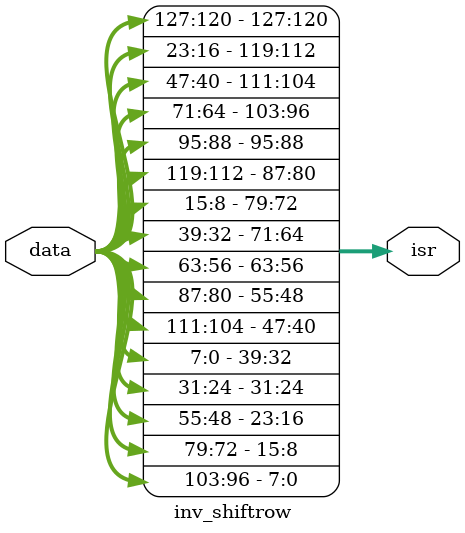
<source format=v>
`timescale 1ns / 1ps

module inv_shiftrow(data,isr);

input [127:0] data;
output [127:0] isr;

assign         isr[127:120] = data[127:120];  
assign         isr[119:112] = data[23:16];
assign         isr[111:104] = data[47:40];
assign         isr[103:96] = data[71:64];
   
assign          isr[95:88] = data[95:88];
assign          isr[87:80] = data[119:112];
assign          isr[79:72] = data[15:8];
assign          isr[71:64] = data[39:32];
   
assign          isr[63:56] = data[63:56];
assign          isr[55:48] = data[87:80];
assign          isr[47:40] = data[111:104];
assign          isr[39:32] = data[7:0];
   
assign          isr[31:24] = data[31:24];
assign          isr[23:16] = data[55:48];
assign          isr[15:8] = data[79:72];
assign          isr[7:0] = data[103:96]; 


endmodule


</source>
